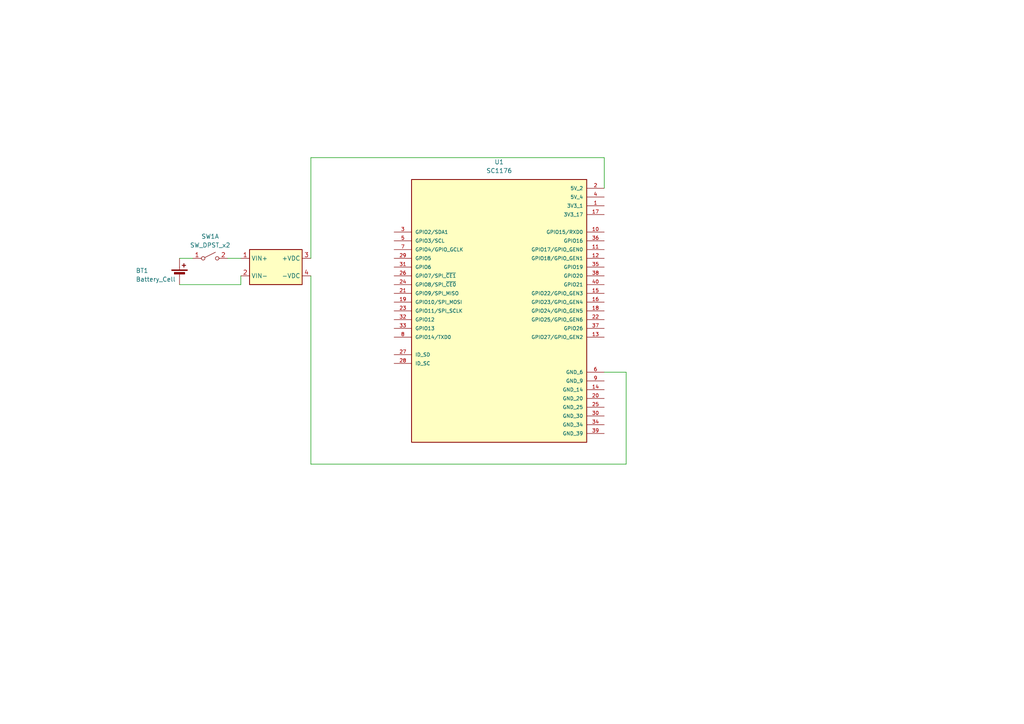
<source format=kicad_sch>
(kicad_sch (version 20250114) (generator "eeschema") (generator_version "9.0")
  (paper "A4")
  (lib_symbols
    (symbol "Device:Battery_Cell" (pin_numbers (hide yes)) (pin_names (offset 0) (hide yes))
      (property "Reference" "BT" (at 2.54 2.54 0))
      (property "Value" "Battery_Cell" (at 2.54 0 0))
      (symbol "Battery_Cell_0_1"
        (rectangle (start -2.286 1.778) (end 2.286 1.524) (fill (type outline)))
        (rectangle (start -1.524 1.016) (end 1.524 0.508) (fill (type outline)))
        (polyline (pts (xy 0 1.778) (xy 0 2.54)))
        (polyline (pts (xy 0 0.762) (xy 0 0)))
        (polyline (pts (xy 0.762 3.048) (xy 1.778 3.048)) (stroke (width 0.254)))
        (polyline (pts (xy 1.27 3.556) (xy 1.27 2.54)) (stroke (width 0.254)))
      )
      (symbol "Battery_Cell_1_1"
        (pin passive line (at 0 5.08 270) (length 2.54) (name "+") (number "1"))
        (pin passive line (at 0 -2.54 90) (length 2.54) (name "-") (number "2"))
      )
    )
    (symbol "SC1176:SC1176" (pin_names (offset 1.016))
      (property "Reference" "U" (at -25.42 39.3962 0))
      (property "Value" "SC1176" (at -25.4191 -40.6687 0))
      (symbol "SC1176_0_0"
        (rectangle (start -25.4 -38.1) (end 25.4 38.1) (stroke (width 0.254)) (fill (type background)))
        (pin bidirectional line (at -30.48 22.86 0) (length 5.08) (name "GPIO2/SDA1") (number "3"))
        (pin bidirectional line (at -30.48 20.32 0) (length 5.08) (name "GPIO3/SCL") (number "5"))
        (pin bidirectional line (at -30.48 17.78 0) (length 5.08) (name "GPIO4/GPIO_GCLK") (number "7"))
        (pin bidirectional line (at -30.48 15.24 0) (length 5.08) (name "GPIO5") (number "29"))
        (pin bidirectional line (at -30.48 12.7 0) (length 5.08) (name "GPIO6") (number "31"))
        (pin bidirectional line (at -30.48 10.16 0) (length 5.08) (name "GPIO7/SPI_~{CE1}") (number "26"))
        (pin bidirectional line (at -30.48 7.62 0) (length 5.08) (name "GPIO8/SPI_~{CE0}") (number "24"))
        (pin bidirectional line (at -30.48 5.08 0) (length 5.08) (name "GPIO9/SPI_MISO") (number "21"))
        (pin bidirectional line (at -30.48 2.54 0) (length 5.08) (name "GPIO10/SPI_MOSI") (number "19"))
        (pin bidirectional line (at -30.48 0 0) (length 5.08) (name "GPIO11/SPI_SCLK") (number "23"))
        (pin bidirectional line (at -30.48 -2.54 0) (length 5.08) (name "GPIO12") (number "32"))
        (pin bidirectional line (at -30.48 -5.08 0) (length 5.08) (name "GPIO13") (number "33"))
        (pin bidirectional line (at -30.48 -7.62 0) (length 5.08) (name "GPIO14/TXD0") (number "8"))
        (pin bidirectional line (at -30.48 -12.7 0) (length 5.08) (name "ID_SD") (number "27"))
        (pin bidirectional line (at -30.48 -15.24 0) (length 5.08) (name "ID_SC") (number "28"))
        (pin power_in line (at 30.48 35.56 180) (length 5.08) (name "5V_2") (number "2"))
        (pin power_in line (at 30.48 33.02 180) (length 5.08) (name "5V_4") (number "4"))
        (pin power_in line (at 30.48 30.48 180) (length 5.08) (name "3V3_1") (number "1"))
        (pin power_in line (at 30.48 27.94 180) (length 5.08) (name "3V3_17") (number "17"))
        (pin bidirectional line (at 30.48 22.86 180) (length 5.08) (name "GPIO15/RXD0") (number "10"))
        (pin bidirectional line (at 30.48 20.32 180) (length 5.08) (name "GPIO16") (number "36"))
        (pin bidirectional line (at 30.48 17.78 180) (length 5.08) (name "GPIO17/GPIO_GEN0") (number "11"))
        (pin bidirectional line (at 30.48 15.24 180) (length 5.08) (name "GPIO18/GPIO_GEN1") (number "12"))
        (pin bidirectional line (at 30.48 12.7 180) (length 5.08) (name "GPIO19") (number "35"))
        (pin bidirectional line (at 30.48 10.16 180) (length 5.08) (name "GPIO20") (number "38"))
        (pin bidirectional line (at 30.48 7.62 180) (length 5.08) (name "GPIO21") (number "40"))
        (pin bidirectional line (at 30.48 5.08 180) (length 5.08) (name "GPIO22/GPIO_GEN3") (number "15"))
        (pin bidirectional line (at 30.48 2.54 180) (length 5.08) (name "GPIO23/GPIO_GEN4") (number "16"))
        (pin bidirectional line (at 30.48 0 180) (length 5.08) (name "GPIO24/GPIO_GEN5") (number "18"))
        (pin bidirectional line (at 30.48 -2.54 180) (length 5.08) (name "GPIO25/GPIO_GEN6") (number "22"))
        (pin bidirectional line (at 30.48 -5.08 180) (length 5.08) (name "GPIO26") (number "37"))
        (pin bidirectional line (at 30.48 -7.62 180) (length 5.08) (name "GPIO27/GPIO_GEN2") (number "13"))
        (pin power_in line (at 30.48 -17.78 180) (length 5.08) (name "GND_6") (number "6"))
        (pin power_in line (at 30.48 -20.32 180) (length 5.08) (name "GND_9") (number "9"))
        (pin power_in line (at 30.48 -22.86 180) (length 5.08) (name "GND_14") (number "14"))
        (pin power_in line (at 30.48 -25.4 180) (length 5.08) (name "GND_20") (number "20"))
        (pin power_in line (at 30.48 -27.94 180) (length 5.08) (name "GND_25") (number "25"))
        (pin power_in line (at 30.48 -30.48 180) (length 5.08) (name "GND_30") (number "30"))
        (pin power_in line (at 30.48 -33.02 180) (length 5.08) (name "GND_34") (number "34"))
        (pin power_in line (at 30.48 -35.56 180) (length 5.08) (name "GND_39") (number "39"))
      )
    )
    (symbol "Switch:SW_DPST_x2" (pin_names (offset 0) (hide yes))
      (property "Reference" "SW" (at 0 3.175 0))
      (property "Value" "SW_DPST_x2" (at 0 -2.54 0))
      (symbol "SW_DPST_x2_0_0"
        (circle (center -2.032 0) (radius 0.508))
        (polyline (pts (xy -1.524 0.254) (xy 1.524 1.778)))
        (circle (center 2.032 0) (radius 0.508))
      )
      (symbol "SW_DPST_x2_1_1"
        (pin passive line (at -5.08 0 0) (length 2.54) (name "A") (number "1"))
        (pin passive line (at 5.08 0 180) (length 2.54) (name "B") (number "2"))
      )
      (symbol "SW_DPST_x2_2_1"
        (pin passive line (at -5.08 0 0) (length 2.54) (name "A") (number "3"))
        (pin passive line (at 5.08 0 180) (length 2.54) (name "B") (number "4"))
      )
    )
    (symbol "XL6009_1"
      (symbol "XL6009_1_0_1"
        (rectangle (start -3.81 43.18) (end 11.43 33.02) (stroke (width 0.254)) (fill (type background)))
      )
      (symbol "XL6009_1_1_1"
        (pin power_in line (at -6.35 40.64 0) (length 2.54) (name "VIN+") (number "1"))
        (pin passive line (at -6.35 40.64 0) (length 2.54) (hide yes) (name "VIN+") (number "6"))
        (pin power_in line (at -6.35 35.56 0) (length 2.54) (name "VIN-") (number "2"))
        (pin passive line (at -6.35 35.56 0) (length 2.54) (hide yes) (name "VIN-") (number "8"))
        (pin passive line (at 13.97 40.64 180) (length 2.54) (hide yes) (name "+VDC") (number "2"))
        (pin power_out line (at 13.97 40.64 180) (length 2.54) (name "+VDC") (number "3"))
        (pin power_out line (at 13.97 35.56 180) (length 2.54) (name "-VDC") (number "4"))
      )
    )
  )
  (wire (pts (xy 181.61 134.62) (xy 181.61 107.95)))
  (wire (pts (xy 52.07 74.93) (xy 55.88 74.93)))
  (wire (pts (xy 69.85 82.55) (xy 69.85 80.01)))
  (wire (pts (xy 90.17 134.62) (xy 181.61 134.62)))
  (wire (pts (xy 52.07 82.55) (xy 69.85 82.55)))
  (wire (pts (xy 175.26 54.61) (xy 175.26 45.72)))
  (wire (pts (xy 66.04 74.93) (xy 69.85 74.93)))
  (wire (pts (xy 90.17 45.72) (xy 90.17 74.93)))
  (wire (pts (xy 181.61 107.95) (xy 175.26 107.95)))
  (wire (pts (xy 90.17 80.01) (xy 90.17 134.62)))
  (wire (pts (xy 175.26 45.72) (xy 90.17 45.72)))
  (symbol (lib_id "Switch:SW_DPST_x2") (at 60.96 74.93 0) (unit 1)
    (property "Reference" "SW1" (at 60.96 68.58 0))
    (property "Value" "SW_DPST_x2" (at 60.96 71.12 0))
    (property "Description" "Single Pole Single Throw (SPST) switch, separate symbol" (effects (hide yes)))
  )
  (symbol (lib_id "SC1176:SC1176") (at 144.78 90.17 0) (unit 1)
    (property "Reference" "U1" (at 144.78 46.99 0))
    (property "Value" "SC1176" (at 144.78 49.53 0))
    (property "Footprint" "SC1176:MODULE_SC1176" (effects (hide yes)))
    (property "MF" "Raspberry Pi" (effects (hide yes)))
    (property "Description_1" "The Raspberry Pi Zero 2 W SC1176 single board computer features a 1GHz quad-core Broadcom BCM2710A1 Arm Cortex-A53 processor and 512MB of RAM, making it a powerful solution for embedded computing applications. With 40 digital I/O lines and multiple expansion options including Bluetooth 4.2, BLE, HAT GPIO, and LAN, this SBC offers extensive connectivity and flexibility. Its compact size of 2.600 x 1.180 (66.04mm x 29.97mm) makes it ideal for space-constrained projects. Video outputs include Composite and HDMI, and it features a microSD storage interface and a USB 2.0 OTG port." (effects (hide yes)))
    (property "Package" "None" (effects (hide yes)))
    (property "Price" "None" (effects (hide yes)))
    (property "Check_prices" "https://www.snapeda.com/parts/SC1176/Raspberry+Pi/view-part/?ref=eda" (effects (hide yes)))
    (property "STANDARD" "Manufacturer Recommendations" (effects (hide yes)))
    (property "PARTREV" "April 2024" (effects (hide yes)))
    (property "SnapEDA_Link" "https://www.snapeda.com/parts/SC1176/Raspberry+Pi/view-part/?ref=snap" (effects (hide yes)))
    (property "MP" "SC1176" (effects (hide yes)))
    (property "Availability" "In Stock" (effects (hide yes)))
    (property "MANUFACTURER" "Raspberry Pi" (effects (hide yes)))
  )
  (symbol (lib_id "Device:Battery_Cell") (at 52.07 80.01 0) (unit 1)
    (property "Reference" "BT1" (at 39.37 78.486 0) (effects (justify left)))
    (property "Value" "Battery_Cell" (at 39.37 81.026 0) (effects (justify left)))
    (property "Description" "Single-cell battery" (effects (hide yes)))
  )
  (symbol (lib_name "XL6009_1") (lib_id "XL6009:XL6009") (at 76.2 115.57 0) (unit 1)
    (property "Reference" "U2" (effects (hide yes)))
    (property "Value" "XL6009" (effects (hide yes)))
    (property "Footprint" "XL6009 Module DC-DC" (effects (hide yes)))
  )
)
</source>
